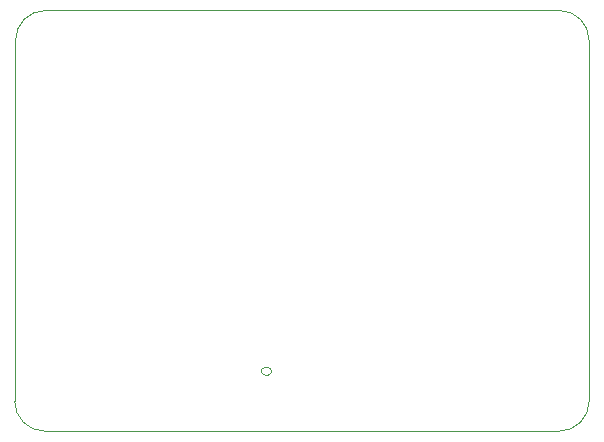
<source format=gm1>
%TF.GenerationSoftware,KiCad,Pcbnew,5.1.10*%
%TF.CreationDate,2021-05-20T00:00:10+01:00*%
%TF.ProjectId,watch2-without-led-tab,77617463-6832-42d7-9769-74686f75742d,rev?*%
%TF.SameCoordinates,Original*%
%TF.FileFunction,Profile,NP*%
%FSLAX46Y46*%
G04 Gerber Fmt 4.6, Leading zero omitted, Abs format (unit mm)*
G04 Created by KiCad (PCBNEW 5.1.10) date 2021-05-20 00:00:10*
%MOMM*%
%LPD*%
G01*
G04 APERTURE LIST*
%TA.AperFunction,Profile*%
%ADD10C,0.050000*%
%TD*%
%TA.AperFunction,Profile*%
%ADD11C,0.100000*%
%TD*%
G04 APERTURE END LIST*
D10*
X176593500Y-118237000D02*
G75*
G02*
X174053500Y-120777000I-2540000J0D01*
G01*
X130492500Y-120777000D02*
G75*
G02*
X127952500Y-118237000I0J2540000D01*
G01*
X128016000Y-87693500D02*
G75*
G02*
X130556000Y-85153500I2540000J0D01*
G01*
X174053500Y-85153500D02*
G75*
G02*
X176593500Y-87693500I0J-2540000D01*
G01*
X174053500Y-85153500D02*
X144018000Y-85153500D01*
X176593500Y-87693500D02*
X176593500Y-118237000D01*
X174053500Y-120777000D02*
X130492500Y-120777000D01*
X128016000Y-87693500D02*
X127952500Y-118237000D01*
X138176000Y-85153500D02*
X130556000Y-85153500D01*
X144018000Y-85153500D02*
X138176000Y-85153500D01*
D11*
%TO.C,J1*%
X149398000Y-115382000D02*
X149148000Y-115382000D01*
X149148000Y-116012000D02*
X149398000Y-116012000D01*
X149713000Y-115697000D02*
G75*
G03*
X149398000Y-115382000I-315000J0D01*
G01*
X149398000Y-116012000D02*
G75*
G03*
X149713000Y-115697000I0J315000D01*
G01*
X148833000Y-115697000D02*
G75*
G03*
X149148000Y-116012000I315000J0D01*
G01*
X149148000Y-115382000D02*
G75*
G03*
X148833000Y-115697000I0J-315000D01*
G01*
%TD*%
M02*

</source>
